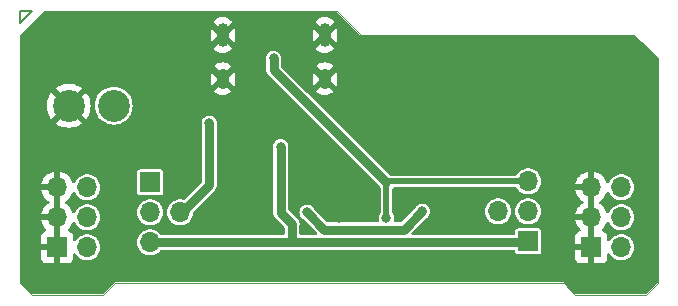
<source format=gbr>
%TF.GenerationSoftware,KiCad,Pcbnew,(7.0.0)*%
%TF.CreationDate,2023-03-29T15:29:01+01:00*%
%TF.ProjectId,MicroBBPS,4d696372-6f42-4425-9053-2e6b69636164,rev?*%
%TF.SameCoordinates,Original*%
%TF.FileFunction,Copper,L2,Bot*%
%TF.FilePolarity,Positive*%
%FSLAX46Y46*%
G04 Gerber Fmt 4.6, Leading zero omitted, Abs format (unit mm)*
G04 Created by KiCad (PCBNEW (7.0.0)) date 2023-03-29 15:29:01*
%MOMM*%
%LPD*%
G01*
G04 APERTURE LIST*
%TA.AperFunction,ComponentPad*%
%ADD10C,2.700000*%
%TD*%
%TA.AperFunction,ComponentPad*%
%ADD11R,1.700000X1.700000*%
%TD*%
%TA.AperFunction,ComponentPad*%
%ADD12O,1.700000X1.700000*%
%TD*%
%TA.AperFunction,ComponentPad*%
%ADD13O,1.000000X1.750000*%
%TD*%
%TA.AperFunction,ComponentPad*%
%ADD14O,1.000000X2.000000*%
%TD*%
%TA.AperFunction,ViaPad*%
%ADD15C,0.800000*%
%TD*%
%TA.AperFunction,Conductor*%
%ADD16C,0.200000*%
%TD*%
%TA.AperFunction,Conductor*%
%ADD17C,0.750000*%
%TD*%
%TA.AperFunction,Conductor*%
%ADD18C,0.500000*%
%TD*%
%TA.AperFunction,Profile*%
%ADD19C,0.050000*%
%TD*%
G04 APERTURE END LIST*
D10*
%TO.P,J5,1,Pin_1*%
%TO.N,Net-(D2-A)*%
X7905000Y-8000000D03*
%TO.P,J5,2,Pin_2*%
%TO.N,GND*%
X4095000Y-8000000D03*
%TD*%
D11*
%TO.P,J8,1*%
%TO.N,+3.3V*%
X42999999Y-19499999D03*
D12*
%TO.P,J8,2*%
%TO.N,VoutRight*%
X42999999Y-16959999D03*
%TO.P,J8,3*%
%TO.N,+5V*%
X42999999Y-14419999D03*
%TO.P,J8,4*%
%TO.N,VS*%
X40459999Y-16959999D03*
%TD*%
D11*
%TO.P,J9,1*%
%TO.N,+5V*%
X10999999Y-14499999D03*
D12*
%TO.P,J9,2*%
%TO.N,VoutLeft*%
X10999999Y-17039999D03*
%TO.P,J9,3*%
%TO.N,+3.3V*%
X10999999Y-19579999D03*
%TO.P,J9,4*%
%TO.N,VS*%
X13539999Y-17039999D03*
%TD*%
D13*
%TO.P,J1,S1,SHIELD*%
%TO.N,GND*%
X25782999Y-5728999D03*
D14*
X25782999Y-2028999D03*
D13*
X17142999Y-5728999D03*
D14*
X17142999Y-2028999D03*
%TD*%
D11*
%TO.P,J3,1,Pin_1*%
%TO.N,GND*%
X3119999Y-19999999D03*
D12*
%TO.P,J3,2,Pin_2*%
%TO.N,VoutLeft*%
X5659999Y-19999999D03*
%TO.P,J3,3,Pin_3*%
%TO.N,GND*%
X3119999Y-17459999D03*
%TO.P,J3,4,Pin_4*%
%TO.N,VoutLeft*%
X5659999Y-17459999D03*
%TO.P,J3,5,Pin_5*%
%TO.N,GND*%
X3119999Y-14919999D03*
%TO.P,J3,6,Pin_6*%
%TO.N,VoutLeft*%
X5659999Y-14919999D03*
%TD*%
D11*
%TO.P,J4,1,Pin_1*%
%TO.N,GND*%
X48339999Y-19999999D03*
D12*
%TO.P,J4,2,Pin_2*%
%TO.N,VoutRight*%
X50879999Y-19999999D03*
%TO.P,J4,3,Pin_3*%
%TO.N,GND*%
X48339999Y-17459999D03*
%TO.P,J4,4,Pin_4*%
%TO.N,VoutRight*%
X50879999Y-17459999D03*
%TO.P,J4,5,Pin_5*%
%TO.N,GND*%
X48339999Y-14919999D03*
%TO.P,J4,6,Pin_6*%
%TO.N,VoutRight*%
X50879999Y-14919999D03*
%TD*%
D15*
%TO.N,GND*%
X37500000Y-18500000D03*
X27000000Y-17500000D03*
X39000000Y-13500000D03*
X15500000Y-18500000D03*
%TO.N,VS*%
X16000000Y-9500000D03*
X34040000Y-16960000D03*
X24290000Y-17040000D03*
%TO.N,+5V*%
X21450000Y-4000000D03*
X31000000Y-17500000D03*
%TO.N,+3.3V*%
X23000000Y-18015000D03*
X22047200Y-11480800D03*
%TD*%
D16*
%TO.N,*%
X1000000Y0D02*
X0Y0D01*
X0Y0D02*
X0Y-1000000D01*
X0Y-1000000D02*
X1000000Y0D01*
D17*
%TO.N,VS*%
X34040000Y-16960000D02*
X32500000Y-18500000D01*
X13710000Y-17040000D02*
X13540000Y-17040000D01*
X16000000Y-14750000D02*
X13710000Y-17040000D01*
X32500000Y-18500000D02*
X25750000Y-18500000D01*
X25750000Y-18500000D02*
X24290000Y-17040000D01*
X16000000Y-9500000D02*
X16000000Y-14750000D01*
D18*
%TO.N,+5V*%
X31080000Y-14420000D02*
X43000000Y-14420000D01*
X31000000Y-14500000D02*
X31000000Y-17500000D01*
X31080000Y-14420000D02*
X31000000Y-14500000D01*
D17*
X21450000Y-4950000D02*
X21450000Y-4000000D01*
X31000000Y-14500000D02*
X21450000Y-4950000D01*
%TO.N,+3.3V*%
X23000000Y-18015000D02*
X23000000Y-19410000D01*
X22830000Y-19580000D02*
X42920000Y-19580000D01*
X11000000Y-19580000D02*
X22830000Y-19580000D01*
X22047200Y-17062200D02*
X23000000Y-18015000D01*
X42920000Y-19580000D02*
X43000000Y-19500000D01*
X22047200Y-11480800D02*
X22047200Y-17062200D01*
X23000000Y-19410000D02*
X22830000Y-19580000D01*
%TD*%
%TA.AperFunction,Conductor*%
%TO.N,GND*%
G36*
X26798465Y-35091D02*
G01*
X26839342Y-62405D01*
X28787500Y-2010563D01*
X28791216Y-2015090D01*
X28791814Y-2015490D01*
X28793483Y-2019517D01*
X28798554Y-2021617D01*
X28798555Y-2021618D01*
X28813000Y-2027601D01*
X28817026Y-2025933D01*
X28817735Y-2026074D01*
X28823564Y-2025500D01*
X51937247Y-2025500D01*
X51985465Y-2035091D01*
X52026342Y-2062405D01*
X53935631Y-3971694D01*
X53962930Y-4012534D01*
X53972536Y-4060710D01*
X53974500Y-7201271D01*
X53974500Y-22937248D01*
X53964909Y-22985466D01*
X53937597Y-23026340D01*
X53026339Y-23937597D01*
X52985465Y-23964909D01*
X52937247Y-23974500D01*
X47062752Y-23974500D01*
X47014534Y-23964909D01*
X46973659Y-23937597D01*
X46025498Y-22989435D01*
X46021785Y-22984911D01*
X46021184Y-22984509D01*
X46019517Y-22980483D01*
X46014445Y-22978382D01*
X46000000Y-22972399D01*
X45995974Y-22974066D01*
X45995264Y-22973925D01*
X45989436Y-22974500D01*
X8010569Y-22974500D01*
X8004733Y-22973925D01*
X8004025Y-22974065D01*
X8000000Y-22972398D01*
X7987545Y-22977557D01*
X7980483Y-22980483D01*
X7978816Y-22984506D01*
X7978216Y-22984907D01*
X7974499Y-22989438D01*
X7026339Y-23937597D01*
X6985465Y-23964909D01*
X6937247Y-23974500D01*
X1062752Y-23974500D01*
X1014534Y-23964909D01*
X973659Y-23937597D01*
X62402Y-23026339D01*
X35091Y-22985465D01*
X25500Y-22937247D01*
X25500Y-20895223D01*
X1762000Y-20895223D01*
X1762359Y-20901938D01*
X1767662Y-20951257D01*
X1771259Y-20966478D01*
X1816405Y-21087519D01*
X1824954Y-21103175D01*
X1901697Y-21205692D01*
X1914307Y-21218302D01*
X2016824Y-21295045D01*
X2032480Y-21303594D01*
X2153521Y-21348740D01*
X2168742Y-21352337D01*
X2218061Y-21357640D01*
X2224777Y-21358000D01*
X2849410Y-21358000D01*
X2862493Y-21354493D01*
X2866000Y-21341410D01*
X3374000Y-21341410D01*
X3377506Y-21354493D01*
X3390590Y-21358000D01*
X4015223Y-21358000D01*
X4021938Y-21357640D01*
X4071257Y-21352337D01*
X4086478Y-21348740D01*
X4207519Y-21303594D01*
X4223175Y-21295045D01*
X4325692Y-21218302D01*
X4338302Y-21205692D01*
X4415045Y-21103175D01*
X4423594Y-21087519D01*
X4468740Y-20966478D01*
X4472337Y-20951257D01*
X4477640Y-20901938D01*
X4478000Y-20895223D01*
X4478000Y-20630883D01*
X4495665Y-20566544D01*
X4543707Y-20520245D01*
X4608655Y-20504969D01*
X4672298Y-20524999D01*
X4714265Y-20571896D01*
X4714662Y-20571651D01*
X4716046Y-20573887D01*
X4716790Y-20574718D01*
X4720327Y-20581821D01*
X4723835Y-20586467D01*
X4723838Y-20586471D01*
X4839723Y-20739928D01*
X4839727Y-20739932D01*
X4843236Y-20744579D01*
X4847538Y-20748501D01*
X4847541Y-20748504D01*
X4934684Y-20827945D01*
X4993959Y-20881981D01*
X5167363Y-20989348D01*
X5357544Y-21063024D01*
X5558024Y-21100500D01*
X5756148Y-21100500D01*
X5761976Y-21100500D01*
X5962456Y-21063024D01*
X6152637Y-20989348D01*
X6304654Y-20895223D01*
X46982000Y-20895223D01*
X46982359Y-20901938D01*
X46987662Y-20951257D01*
X46991259Y-20966478D01*
X47036405Y-21087519D01*
X47044954Y-21103175D01*
X47121697Y-21205692D01*
X47134307Y-21218302D01*
X47236824Y-21295045D01*
X47252480Y-21303594D01*
X47373521Y-21348740D01*
X47388742Y-21352337D01*
X47438061Y-21357640D01*
X47444777Y-21358000D01*
X48069410Y-21358000D01*
X48082493Y-21354493D01*
X48086000Y-21341410D01*
X48594000Y-21341410D01*
X48597506Y-21354493D01*
X48610590Y-21358000D01*
X49235223Y-21358000D01*
X49241938Y-21357640D01*
X49291257Y-21352337D01*
X49306478Y-21348740D01*
X49427519Y-21303594D01*
X49443175Y-21295045D01*
X49545692Y-21218302D01*
X49558302Y-21205692D01*
X49635045Y-21103175D01*
X49643594Y-21087519D01*
X49688740Y-20966478D01*
X49692337Y-20951257D01*
X49697640Y-20901938D01*
X49698000Y-20895223D01*
X49698000Y-20630883D01*
X49715665Y-20566544D01*
X49763707Y-20520245D01*
X49828655Y-20504969D01*
X49892298Y-20524999D01*
X49934265Y-20571896D01*
X49934662Y-20571651D01*
X49936046Y-20573887D01*
X49936790Y-20574718D01*
X49940327Y-20581821D01*
X49943835Y-20586467D01*
X49943838Y-20586471D01*
X50059723Y-20739928D01*
X50059727Y-20739932D01*
X50063236Y-20744579D01*
X50067538Y-20748501D01*
X50067541Y-20748504D01*
X50154684Y-20827945D01*
X50213959Y-20881981D01*
X50387363Y-20989348D01*
X50577544Y-21063024D01*
X50778024Y-21100500D01*
X50976148Y-21100500D01*
X50981976Y-21100500D01*
X51182456Y-21063024D01*
X51372637Y-20989348D01*
X51546041Y-20881981D01*
X51696764Y-20744579D01*
X51819673Y-20581821D01*
X51910582Y-20399250D01*
X51966397Y-20203083D01*
X51985215Y-20000000D01*
X51966397Y-19796917D01*
X51910582Y-19600750D01*
X51903135Y-19585795D01*
X51864774Y-19508754D01*
X51819673Y-19418179D01*
X51792889Y-19382711D01*
X51700276Y-19260071D01*
X51700273Y-19260067D01*
X51696764Y-19255421D01*
X51692461Y-19251498D01*
X51692458Y-19251495D01*
X51550343Y-19121941D01*
X51546041Y-19118019D01*
X51409572Y-19033521D01*
X51377596Y-19013722D01*
X51377592Y-19013720D01*
X51372637Y-19010652D01*
X51367206Y-19008548D01*
X51367202Y-19008546D01*
X51187882Y-18939078D01*
X51187881Y-18939077D01*
X51182456Y-18936976D01*
X51176737Y-18935907D01*
X51176734Y-18935906D01*
X50987702Y-18900570D01*
X50987698Y-18900569D01*
X50981976Y-18899500D01*
X50778024Y-18899500D01*
X50772302Y-18900569D01*
X50772297Y-18900570D01*
X50583265Y-18935906D01*
X50583259Y-18935907D01*
X50577544Y-18936976D01*
X50572121Y-18939076D01*
X50572117Y-18939078D01*
X50392797Y-19008546D01*
X50392789Y-19008549D01*
X50387363Y-19010652D01*
X50382412Y-19013717D01*
X50382403Y-19013722D01*
X50218912Y-19114952D01*
X50213959Y-19118019D01*
X50209660Y-19121937D01*
X50209656Y-19121941D01*
X50067541Y-19251495D01*
X50067533Y-19251503D01*
X50063236Y-19255421D01*
X50059731Y-19260061D01*
X50059723Y-19260071D01*
X49943838Y-19413528D01*
X49943832Y-19413537D01*
X49940327Y-19418179D01*
X49937731Y-19423391D01*
X49937730Y-19423394D01*
X49936790Y-19425282D01*
X49936046Y-19426112D01*
X49934662Y-19428349D01*
X49934265Y-19428103D01*
X49892298Y-19475001D01*
X49828655Y-19495031D01*
X49763707Y-19479755D01*
X49715665Y-19433456D01*
X49698000Y-19369117D01*
X49698000Y-19104777D01*
X49697640Y-19098061D01*
X49692337Y-19048742D01*
X49688740Y-19033521D01*
X49643594Y-18912480D01*
X49635045Y-18896824D01*
X49558302Y-18794307D01*
X49545692Y-18781697D01*
X49443175Y-18704954D01*
X49427521Y-18696406D01*
X49320320Y-18656422D01*
X49269986Y-18621858D01*
X49241812Y-18567688D01*
X49242415Y-18506632D01*
X49271652Y-18453028D01*
X49411794Y-18300792D01*
X49418177Y-18292593D01*
X49535568Y-18112913D01*
X49540511Y-18103778D01*
X49626725Y-17907232D01*
X49629592Y-17898882D01*
X49661022Y-17849365D01*
X49711464Y-17819440D01*
X49769987Y-17815592D01*
X49823913Y-17838654D01*
X49861557Y-17883629D01*
X49931499Y-18024093D01*
X49940327Y-18041821D01*
X49943835Y-18046467D01*
X49943838Y-18046471D01*
X50059723Y-18199928D01*
X50059727Y-18199932D01*
X50063236Y-18204579D01*
X50067538Y-18208501D01*
X50067541Y-18208504D01*
X50083683Y-18223219D01*
X50213959Y-18341981D01*
X50387363Y-18449348D01*
X50577544Y-18523024D01*
X50778024Y-18560500D01*
X50976148Y-18560500D01*
X50981976Y-18560500D01*
X51182456Y-18523024D01*
X51372637Y-18449348D01*
X51546041Y-18341981D01*
X51696764Y-18204579D01*
X51819673Y-18041821D01*
X51910582Y-17859250D01*
X51966397Y-17663083D01*
X51985215Y-17460000D01*
X51966397Y-17256917D01*
X51910582Y-17060750D01*
X51903138Y-17045801D01*
X51856646Y-16952431D01*
X51819673Y-16878179D01*
X51792889Y-16842711D01*
X51700276Y-16720071D01*
X51700273Y-16720067D01*
X51696764Y-16715421D01*
X51692461Y-16711498D01*
X51692458Y-16711495D01*
X51589228Y-16617389D01*
X51546041Y-16578019D01*
X51421194Y-16500717D01*
X51377596Y-16473722D01*
X51377592Y-16473720D01*
X51372637Y-16470652D01*
X51367206Y-16468548D01*
X51367202Y-16468546D01*
X51187882Y-16399078D01*
X51187881Y-16399077D01*
X51182456Y-16396976D01*
X51176737Y-16395907D01*
X51176734Y-16395906D01*
X50987702Y-16360570D01*
X50987698Y-16360569D01*
X50981976Y-16359500D01*
X50778024Y-16359500D01*
X50772302Y-16360569D01*
X50772297Y-16360570D01*
X50583265Y-16395906D01*
X50583259Y-16395907D01*
X50577544Y-16396976D01*
X50572121Y-16399076D01*
X50572117Y-16399078D01*
X50392797Y-16468546D01*
X50392789Y-16468549D01*
X50387363Y-16470652D01*
X50382412Y-16473717D01*
X50382403Y-16473722D01*
X50241849Y-16560750D01*
X50213959Y-16578019D01*
X50209660Y-16581937D01*
X50209656Y-16581941D01*
X50067541Y-16711495D01*
X50067533Y-16711503D01*
X50063236Y-16715421D01*
X50059731Y-16720061D01*
X50059723Y-16720071D01*
X49943838Y-16873528D01*
X49943832Y-16873537D01*
X49940327Y-16878179D01*
X49937733Y-16883386D01*
X49937730Y-16883393D01*
X49861557Y-17036370D01*
X49823913Y-17081345D01*
X49769988Y-17104407D01*
X49711465Y-17100559D01*
X49661024Y-17070636D01*
X49629593Y-17021119D01*
X49626727Y-17012771D01*
X49540511Y-16816221D01*
X49535568Y-16807086D01*
X49418177Y-16627406D01*
X49411789Y-16619200D01*
X49266432Y-16461299D01*
X49258788Y-16454262D01*
X49089411Y-16322431D01*
X49080718Y-16316752D01*
X49051267Y-16300814D01*
X49002995Y-16254498D01*
X48985236Y-16190000D01*
X49002995Y-16125502D01*
X49051267Y-16079186D01*
X49080718Y-16063247D01*
X49089411Y-16057568D01*
X49258788Y-15925737D01*
X49266432Y-15918700D01*
X49411789Y-15760799D01*
X49418177Y-15752593D01*
X49535568Y-15572913D01*
X49540511Y-15563778D01*
X49626725Y-15367232D01*
X49629592Y-15358882D01*
X49661022Y-15309365D01*
X49711464Y-15279440D01*
X49769987Y-15275592D01*
X49823913Y-15298654D01*
X49861557Y-15343629D01*
X49931499Y-15484093D01*
X49940327Y-15501821D01*
X49943835Y-15506467D01*
X49943838Y-15506471D01*
X50059723Y-15659928D01*
X50059727Y-15659932D01*
X50063236Y-15664579D01*
X50067538Y-15668501D01*
X50067541Y-15668504D01*
X50154684Y-15747945D01*
X50213959Y-15801981D01*
X50387363Y-15909348D01*
X50577544Y-15983024D01*
X50778024Y-16020500D01*
X50976148Y-16020500D01*
X50981976Y-16020500D01*
X51182456Y-15983024D01*
X51372637Y-15909348D01*
X51546041Y-15801981D01*
X51696764Y-15664579D01*
X51819673Y-15501821D01*
X51910582Y-15319250D01*
X51966397Y-15123083D01*
X51985215Y-14920000D01*
X51966397Y-14716917D01*
X51910582Y-14520750D01*
X51886691Y-14472771D01*
X51822269Y-14343393D01*
X51819673Y-14338179D01*
X51732476Y-14222711D01*
X51700276Y-14180071D01*
X51700273Y-14180067D01*
X51696764Y-14175421D01*
X51692461Y-14171498D01*
X51692458Y-14171495D01*
X51550343Y-14041941D01*
X51546041Y-14038019D01*
X51468478Y-13989994D01*
X51377596Y-13933722D01*
X51377592Y-13933720D01*
X51372637Y-13930652D01*
X51367206Y-13928548D01*
X51367202Y-13928546D01*
X51187882Y-13859078D01*
X51187881Y-13859077D01*
X51182456Y-13856976D01*
X51176737Y-13855907D01*
X51176734Y-13855906D01*
X50987702Y-13820570D01*
X50987698Y-13820569D01*
X50981976Y-13819500D01*
X50778024Y-13819500D01*
X50772302Y-13820569D01*
X50772297Y-13820570D01*
X50583265Y-13855906D01*
X50583259Y-13855907D01*
X50577544Y-13856976D01*
X50572121Y-13859076D01*
X50572117Y-13859078D01*
X50392797Y-13928546D01*
X50392789Y-13928549D01*
X50387363Y-13930652D01*
X50382412Y-13933717D01*
X50382403Y-13933722D01*
X50241849Y-14020750D01*
X50213959Y-14038019D01*
X50209660Y-14041937D01*
X50209656Y-14041941D01*
X50067541Y-14171495D01*
X50067533Y-14171503D01*
X50063236Y-14175421D01*
X50059731Y-14180061D01*
X50059723Y-14180071D01*
X49943838Y-14333528D01*
X49943832Y-14333537D01*
X49940327Y-14338179D01*
X49937733Y-14343386D01*
X49937730Y-14343393D01*
X49861557Y-14496370D01*
X49823913Y-14541345D01*
X49769988Y-14564407D01*
X49711465Y-14560559D01*
X49661024Y-14530636D01*
X49629593Y-14481119D01*
X49626727Y-14472771D01*
X49540511Y-14276221D01*
X49535568Y-14267086D01*
X49418177Y-14087406D01*
X49411789Y-14079200D01*
X49266432Y-13921299D01*
X49258788Y-13914262D01*
X49089411Y-13782431D01*
X49080718Y-13776752D01*
X48891957Y-13674599D01*
X48882440Y-13670424D01*
X48679442Y-13600735D01*
X48669372Y-13598185D01*
X48607538Y-13587867D01*
X48596401Y-13588443D01*
X48594000Y-13599336D01*
X48594000Y-21341410D01*
X48086000Y-21341410D01*
X48086000Y-20270590D01*
X48082493Y-20257506D01*
X48069410Y-20254000D01*
X46998590Y-20254000D01*
X46985506Y-20257506D01*
X46982000Y-20270590D01*
X46982000Y-20895223D01*
X6304654Y-20895223D01*
X6326041Y-20881981D01*
X6476764Y-20744579D01*
X6599673Y-20581821D01*
X6690582Y-20399250D01*
X6746397Y-20203083D01*
X6765215Y-20000000D01*
X6746397Y-19796917D01*
X6690582Y-19600750D01*
X6683135Y-19585795D01*
X6680249Y-19580000D01*
X9894785Y-19580000D01*
X9913603Y-19783083D01*
X9969418Y-19979250D01*
X9972009Y-19984454D01*
X9972012Y-19984461D01*
X10057730Y-20156606D01*
X10060327Y-20161821D01*
X10063835Y-20166467D01*
X10063838Y-20166471D01*
X10179723Y-20319928D01*
X10179727Y-20319932D01*
X10183236Y-20324579D01*
X10187538Y-20328501D01*
X10187541Y-20328504D01*
X10244843Y-20380741D01*
X10333959Y-20461981D01*
X10507363Y-20569348D01*
X10697544Y-20643024D01*
X10898024Y-20680500D01*
X11096148Y-20680500D01*
X11101976Y-20680500D01*
X11302456Y-20643024D01*
X11492637Y-20569348D01*
X11666041Y-20461981D01*
X11816764Y-20324579D01*
X11837440Y-20297199D01*
X11868879Y-20255568D01*
X11913266Y-20218709D01*
X11969429Y-20205500D01*
X22750981Y-20205500D01*
X22752297Y-20205500D01*
X22763256Y-20206016D01*
X22770667Y-20207673D01*
X22837841Y-20205561D01*
X22841799Y-20205500D01*
X22869350Y-20205500D01*
X41773500Y-20205500D01*
X41836500Y-20222381D01*
X41882619Y-20268500D01*
X41899500Y-20331500D01*
X41899500Y-20374674D01*
X41900705Y-20380732D01*
X41900706Y-20380741D01*
X41905425Y-20404461D01*
X41914034Y-20447740D01*
X41920926Y-20458055D01*
X41920927Y-20458057D01*
X41962479Y-20520245D01*
X41969399Y-20530601D01*
X41979714Y-20537493D01*
X42038251Y-20576606D01*
X42052260Y-20585966D01*
X42125326Y-20600500D01*
X43868487Y-20600500D01*
X43874674Y-20600500D01*
X43947740Y-20585966D01*
X44030601Y-20530601D01*
X44085966Y-20447740D01*
X44100500Y-20374674D01*
X44100500Y-19729410D01*
X46982000Y-19729410D01*
X46985506Y-19742493D01*
X46998590Y-19746000D01*
X48069410Y-19746000D01*
X48082493Y-19742493D01*
X48086000Y-19729410D01*
X48086000Y-17730590D01*
X48082493Y-17717506D01*
X48069410Y-17714000D01*
X47017840Y-17714000D01*
X47006751Y-17716565D01*
X47006986Y-17727943D01*
X47049900Y-17897408D01*
X47053270Y-17907223D01*
X47139488Y-18103778D01*
X47144431Y-18112913D01*
X47261822Y-18292593D01*
X47268210Y-18300799D01*
X47408347Y-18453029D01*
X47437584Y-18506632D01*
X47438187Y-18567688D01*
X47410013Y-18621858D01*
X47359679Y-18656421D01*
X47252484Y-18696403D01*
X47236824Y-18704954D01*
X47134307Y-18781697D01*
X47121697Y-18794307D01*
X47044954Y-18896824D01*
X47036405Y-18912480D01*
X46991259Y-19033521D01*
X46987662Y-19048742D01*
X46982359Y-19098061D01*
X46982000Y-19104777D01*
X46982000Y-19729410D01*
X44100500Y-19729410D01*
X44100500Y-18625326D01*
X44085966Y-18552260D01*
X44066431Y-18523024D01*
X44037493Y-18479714D01*
X44030601Y-18469399D01*
X44020285Y-18462506D01*
X43958057Y-18420927D01*
X43958055Y-18420926D01*
X43947740Y-18414034D01*
X43935092Y-18411518D01*
X43880741Y-18400706D01*
X43880732Y-18400705D01*
X43874674Y-18399500D01*
X42125326Y-18399500D01*
X42119268Y-18400704D01*
X42119258Y-18400706D01*
X42064430Y-18411613D01*
X42064429Y-18411613D01*
X42052260Y-18414034D01*
X42041946Y-18420925D01*
X42041942Y-18420927D01*
X41979714Y-18462506D01*
X41979711Y-18462508D01*
X41969399Y-18469399D01*
X41962508Y-18479711D01*
X41962506Y-18479714D01*
X41920927Y-18541942D01*
X41920925Y-18541946D01*
X41914034Y-18552260D01*
X41911613Y-18564429D01*
X41911613Y-18564430D01*
X41900706Y-18619258D01*
X41900704Y-18619268D01*
X41899500Y-18625326D01*
X41899500Y-18631513D01*
X41899500Y-18828500D01*
X41882619Y-18891500D01*
X41836500Y-18937619D01*
X41773500Y-18954500D01*
X33234279Y-18954500D01*
X33177076Y-18940767D01*
X33132343Y-18902561D01*
X33109830Y-18848211D01*
X33114446Y-18789564D01*
X33145184Y-18739405D01*
X33647404Y-18237185D01*
X34342000Y-17542589D01*
X34372536Y-17520120D01*
X34412240Y-17499283D01*
X34530483Y-17394530D01*
X34620220Y-17264523D01*
X34676237Y-17116818D01*
X34695278Y-16960000D01*
X39354785Y-16960000D01*
X39355322Y-16965795D01*
X39372659Y-17152901D01*
X39373603Y-17163083D01*
X39375195Y-17168681D01*
X39375196Y-17168682D01*
X39426999Y-17350750D01*
X39429418Y-17359250D01*
X39432009Y-17364454D01*
X39432012Y-17364461D01*
X39509520Y-17520118D01*
X39520327Y-17541821D01*
X39523835Y-17546467D01*
X39523838Y-17546471D01*
X39639723Y-17699928D01*
X39639727Y-17699932D01*
X39643236Y-17704579D01*
X39647538Y-17708501D01*
X39647541Y-17708504D01*
X39708077Y-17763689D01*
X39793959Y-17841981D01*
X39967363Y-17949348D01*
X40157544Y-18023024D01*
X40358024Y-18060500D01*
X40556148Y-18060500D01*
X40561976Y-18060500D01*
X40762456Y-18023024D01*
X40952637Y-17949348D01*
X41126041Y-17841981D01*
X41276764Y-17704579D01*
X41399673Y-17541821D01*
X41490582Y-17359250D01*
X41546397Y-17163083D01*
X41565215Y-16960000D01*
X41894785Y-16960000D01*
X41895322Y-16965795D01*
X41912659Y-17152901D01*
X41913603Y-17163083D01*
X41915195Y-17168681D01*
X41915196Y-17168682D01*
X41966999Y-17350750D01*
X41969418Y-17359250D01*
X41972009Y-17364454D01*
X41972012Y-17364461D01*
X42049520Y-17520118D01*
X42060327Y-17541821D01*
X42063835Y-17546467D01*
X42063838Y-17546471D01*
X42179723Y-17699928D01*
X42179727Y-17699932D01*
X42183236Y-17704579D01*
X42187538Y-17708501D01*
X42187541Y-17708504D01*
X42248077Y-17763689D01*
X42333959Y-17841981D01*
X42507363Y-17949348D01*
X42697544Y-18023024D01*
X42898024Y-18060500D01*
X43096148Y-18060500D01*
X43101976Y-18060500D01*
X43302456Y-18023024D01*
X43492637Y-17949348D01*
X43666041Y-17841981D01*
X43816764Y-17704579D01*
X43939673Y-17541821D01*
X44030582Y-17359250D01*
X44074916Y-17203434D01*
X47006751Y-17203434D01*
X47017840Y-17206000D01*
X48069410Y-17206000D01*
X48082493Y-17202493D01*
X48086000Y-17189410D01*
X48086000Y-15190590D01*
X48082493Y-15177506D01*
X48069410Y-15174000D01*
X47017840Y-15174000D01*
X47006751Y-15176565D01*
X47006986Y-15187943D01*
X47049900Y-15357408D01*
X47053270Y-15367223D01*
X47139488Y-15563778D01*
X47144431Y-15572913D01*
X47261822Y-15752593D01*
X47268210Y-15760799D01*
X47413567Y-15918700D01*
X47421211Y-15925737D01*
X47590588Y-16057568D01*
X47599285Y-16063250D01*
X47628733Y-16079187D01*
X47677004Y-16125503D01*
X47694763Y-16190000D01*
X47677004Y-16254497D01*
X47628733Y-16300813D01*
X47599285Y-16316749D01*
X47590588Y-16322431D01*
X47421211Y-16454262D01*
X47413567Y-16461299D01*
X47268210Y-16619200D01*
X47261822Y-16627406D01*
X47144431Y-16807086D01*
X47139488Y-16816221D01*
X47053270Y-17012776D01*
X47049900Y-17022591D01*
X47006986Y-17192056D01*
X47006751Y-17203434D01*
X44074916Y-17203434D01*
X44086397Y-17163083D01*
X44105215Y-16960000D01*
X44086397Y-16756917D01*
X44030582Y-16560750D01*
X44016138Y-16531743D01*
X43960854Y-16420717D01*
X43939673Y-16378179D01*
X43936161Y-16373528D01*
X43820276Y-16220071D01*
X43820273Y-16220067D01*
X43816764Y-16215421D01*
X43812461Y-16211498D01*
X43812458Y-16211495D01*
X43670343Y-16081941D01*
X43666041Y-16078019D01*
X43588478Y-16029994D01*
X43497596Y-15973722D01*
X43497592Y-15973720D01*
X43492637Y-15970652D01*
X43487206Y-15968548D01*
X43487202Y-15968546D01*
X43307882Y-15899078D01*
X43307881Y-15899077D01*
X43302456Y-15896976D01*
X43296737Y-15895907D01*
X43296734Y-15895906D01*
X43107702Y-15860570D01*
X43107698Y-15860569D01*
X43101976Y-15859500D01*
X42898024Y-15859500D01*
X42892302Y-15860569D01*
X42892297Y-15860570D01*
X42703265Y-15895906D01*
X42703259Y-15895907D01*
X42697544Y-15896976D01*
X42692121Y-15899076D01*
X42692117Y-15899078D01*
X42512797Y-15968546D01*
X42512789Y-15968549D01*
X42507363Y-15970652D01*
X42502412Y-15973717D01*
X42502403Y-15973722D01*
X42338912Y-16074952D01*
X42333959Y-16078019D01*
X42329660Y-16081937D01*
X42329656Y-16081941D01*
X42187541Y-16211495D01*
X42187533Y-16211503D01*
X42183236Y-16215421D01*
X42179731Y-16220061D01*
X42179723Y-16220071D01*
X42063838Y-16373528D01*
X42063832Y-16373537D01*
X42060327Y-16378179D01*
X42057733Y-16383386D01*
X42057730Y-16383393D01*
X41972012Y-16555538D01*
X41972007Y-16555549D01*
X41969418Y-16560750D01*
X41967826Y-16566343D01*
X41967824Y-16566350D01*
X41915310Y-16750918D01*
X41913603Y-16756917D01*
X41894785Y-16960000D01*
X41565215Y-16960000D01*
X41546397Y-16756917D01*
X41490582Y-16560750D01*
X41476138Y-16531743D01*
X41420854Y-16420717D01*
X41399673Y-16378179D01*
X41396161Y-16373528D01*
X41280276Y-16220071D01*
X41280273Y-16220067D01*
X41276764Y-16215421D01*
X41272461Y-16211498D01*
X41272458Y-16211495D01*
X41130343Y-16081941D01*
X41126041Y-16078019D01*
X41048478Y-16029994D01*
X40957596Y-15973722D01*
X40957592Y-15973720D01*
X40952637Y-15970652D01*
X40947206Y-15968548D01*
X40947202Y-15968546D01*
X40767882Y-15899078D01*
X40767881Y-15899077D01*
X40762456Y-15896976D01*
X40756737Y-15895907D01*
X40756734Y-15895906D01*
X40567702Y-15860570D01*
X40567698Y-15860569D01*
X40561976Y-15859500D01*
X40358024Y-15859500D01*
X40352302Y-15860569D01*
X40352297Y-15860570D01*
X40163265Y-15895906D01*
X40163259Y-15895907D01*
X40157544Y-15896976D01*
X40152121Y-15899076D01*
X40152117Y-15899078D01*
X39972797Y-15968546D01*
X39972789Y-15968549D01*
X39967363Y-15970652D01*
X39962412Y-15973717D01*
X39962403Y-15973722D01*
X39798912Y-16074952D01*
X39793959Y-16078019D01*
X39789660Y-16081937D01*
X39789656Y-16081941D01*
X39647541Y-16211495D01*
X39647533Y-16211503D01*
X39643236Y-16215421D01*
X39639731Y-16220061D01*
X39639723Y-16220071D01*
X39523838Y-16373528D01*
X39523832Y-16373537D01*
X39520327Y-16378179D01*
X39517733Y-16383386D01*
X39517730Y-16383393D01*
X39432012Y-16555538D01*
X39432007Y-16555549D01*
X39429418Y-16560750D01*
X39427826Y-16566343D01*
X39427824Y-16566350D01*
X39375310Y-16750918D01*
X39373603Y-16756917D01*
X39354785Y-16960000D01*
X34695278Y-16960000D01*
X34676237Y-16803182D01*
X34620220Y-16655477D01*
X34530483Y-16525470D01*
X34468606Y-16470652D01*
X34417943Y-16425769D01*
X34417941Y-16425767D01*
X34412240Y-16420717D01*
X34405494Y-16417176D01*
X34405492Y-16417175D01*
X34295602Y-16359500D01*
X34272365Y-16347304D01*
X34264967Y-16345480D01*
X34264963Y-16345479D01*
X34126380Y-16311322D01*
X34126374Y-16311321D01*
X34118985Y-16309500D01*
X33961015Y-16309500D01*
X33953626Y-16311321D01*
X33953619Y-16311322D01*
X33815036Y-16345479D01*
X33815029Y-16345481D01*
X33807635Y-16347304D01*
X33800885Y-16350846D01*
X33800884Y-16350847D01*
X33674507Y-16417175D01*
X33674501Y-16417178D01*
X33667760Y-16420717D01*
X33662062Y-16425764D01*
X33662056Y-16425769D01*
X33555222Y-16520415D01*
X33555218Y-16520419D01*
X33549517Y-16525470D01*
X33545187Y-16531742D01*
X33545186Y-16531744D01*
X33465943Y-16646547D01*
X33451342Y-16664066D01*
X32277814Y-17837595D01*
X32236937Y-17864909D01*
X32188719Y-17874500D01*
X31736224Y-17874500D01*
X31677669Y-17860068D01*
X31632528Y-17820077D01*
X31611143Y-17763689D01*
X31618412Y-17703821D01*
X31627433Y-17680032D01*
X31636237Y-17656818D01*
X31655278Y-17500000D01*
X31636237Y-17343182D01*
X31580220Y-17195477D01*
X31522804Y-17112295D01*
X31506205Y-17078204D01*
X31500500Y-17040719D01*
X31500500Y-15046500D01*
X31517381Y-14983500D01*
X31563500Y-14937381D01*
X31626500Y-14920500D01*
X41941818Y-14920500D01*
X42008150Y-14939373D01*
X42054610Y-14990340D01*
X42057728Y-14996604D01*
X42057734Y-14996614D01*
X42060327Y-15001821D01*
X42063835Y-15006467D01*
X42063838Y-15006471D01*
X42179723Y-15159928D01*
X42179727Y-15159932D01*
X42183236Y-15164579D01*
X42187538Y-15168501D01*
X42187541Y-15168504D01*
X42255003Y-15230003D01*
X42333959Y-15301981D01*
X42507363Y-15409348D01*
X42697544Y-15483024D01*
X42898024Y-15520500D01*
X43096148Y-15520500D01*
X43101976Y-15520500D01*
X43302456Y-15483024D01*
X43492637Y-15409348D01*
X43666041Y-15301981D01*
X43816764Y-15164579D01*
X43939673Y-15001821D01*
X44030582Y-14819250D01*
X44074916Y-14663434D01*
X47006751Y-14663434D01*
X47017840Y-14666000D01*
X48069410Y-14666000D01*
X48082493Y-14662493D01*
X48086000Y-14649410D01*
X48086000Y-13599336D01*
X48083598Y-13588443D01*
X48072461Y-13587867D01*
X48010627Y-13598185D01*
X48000557Y-13600735D01*
X47797559Y-13670424D01*
X47788042Y-13674599D01*
X47599281Y-13776752D01*
X47590588Y-13782431D01*
X47421211Y-13914262D01*
X47413567Y-13921299D01*
X47268210Y-14079200D01*
X47261822Y-14087406D01*
X47144431Y-14267086D01*
X47139488Y-14276221D01*
X47053270Y-14472776D01*
X47049900Y-14482591D01*
X47006986Y-14652056D01*
X47006751Y-14663434D01*
X44074916Y-14663434D01*
X44086397Y-14623083D01*
X44105215Y-14420000D01*
X44086397Y-14216917D01*
X44030582Y-14020750D01*
X43939673Y-13838179D01*
X43936161Y-13833528D01*
X43820276Y-13680071D01*
X43820273Y-13680067D01*
X43816764Y-13675421D01*
X43812461Y-13671498D01*
X43812458Y-13671495D01*
X43709228Y-13577389D01*
X43666041Y-13538019D01*
X43544083Y-13462506D01*
X43497596Y-13433722D01*
X43497592Y-13433720D01*
X43492637Y-13430652D01*
X43487206Y-13428548D01*
X43487202Y-13428546D01*
X43307882Y-13359078D01*
X43307881Y-13359077D01*
X43302456Y-13356976D01*
X43296737Y-13355907D01*
X43296734Y-13355906D01*
X43107702Y-13320570D01*
X43107698Y-13320569D01*
X43101976Y-13319500D01*
X42898024Y-13319500D01*
X42892302Y-13320569D01*
X42892297Y-13320570D01*
X42703265Y-13355906D01*
X42703259Y-13355907D01*
X42697544Y-13356976D01*
X42692121Y-13359076D01*
X42692117Y-13359078D01*
X42512797Y-13428546D01*
X42512789Y-13428549D01*
X42507363Y-13430652D01*
X42502412Y-13433717D01*
X42502403Y-13433722D01*
X42338912Y-13534952D01*
X42333959Y-13538019D01*
X42329660Y-13541937D01*
X42329656Y-13541941D01*
X42187541Y-13671495D01*
X42187533Y-13671503D01*
X42183236Y-13675421D01*
X42179731Y-13680061D01*
X42179723Y-13680071D01*
X42063838Y-13833528D01*
X42063832Y-13833537D01*
X42060327Y-13838179D01*
X42057736Y-13843380D01*
X42057728Y-13843395D01*
X42054610Y-13849660D01*
X42008150Y-13900627D01*
X41941818Y-13919500D01*
X31356281Y-13919500D01*
X31308063Y-13909909D01*
X31267186Y-13882595D01*
X24196341Y-6811750D01*
X25063946Y-6811750D01*
X25068219Y-6820785D01*
X25071576Y-6824142D01*
X25215485Y-6942244D01*
X25225738Y-6949095D01*
X25389930Y-7036858D01*
X25401313Y-7041573D01*
X25579468Y-7095616D01*
X25591562Y-7098022D01*
X25776837Y-7116270D01*
X25789163Y-7116270D01*
X25974437Y-7098022D01*
X25986531Y-7095616D01*
X26164686Y-7041573D01*
X26176069Y-7036858D01*
X26340261Y-6949095D01*
X26350514Y-6942244D01*
X26494427Y-6824138D01*
X26497777Y-6820788D01*
X26502052Y-6811748D01*
X26495340Y-6800550D01*
X25794729Y-6099939D01*
X25782999Y-6093167D01*
X25771271Y-6099938D01*
X25070659Y-6800549D01*
X25063946Y-6811750D01*
X24196341Y-6811750D01*
X23535017Y-6150426D01*
X24775000Y-6150426D01*
X24775303Y-6156598D01*
X24788977Y-6295437D01*
X24791382Y-6307528D01*
X24799183Y-6333246D01*
X24805333Y-6343227D01*
X24815466Y-6337322D01*
X25412059Y-5740730D01*
X25418832Y-5728999D01*
X26147167Y-5728999D01*
X26153939Y-5740729D01*
X26750531Y-6337321D01*
X26760664Y-6343227D01*
X26766816Y-6333244D01*
X26774617Y-6307528D01*
X26777021Y-6295440D01*
X26790696Y-6156598D01*
X26791000Y-6150426D01*
X26791000Y-5307574D01*
X26790696Y-5301401D01*
X26777021Y-5162559D01*
X26774617Y-5150471D01*
X26766816Y-5124754D01*
X26760664Y-5114771D01*
X26750532Y-5120676D01*
X26153938Y-5717271D01*
X26147167Y-5728999D01*
X25418832Y-5728999D01*
X25412060Y-5717270D01*
X24815467Y-5120677D01*
X24805334Y-5114771D01*
X24799183Y-5124753D01*
X24791380Y-5150477D01*
X24788978Y-5162554D01*
X24775303Y-5301401D01*
X24775000Y-5307574D01*
X24775000Y-6150426D01*
X23535017Y-6150426D01*
X22112405Y-4727814D01*
X22085091Y-4686937D01*
X22076998Y-4646250D01*
X25063947Y-4646250D01*
X25070660Y-4657450D01*
X25771270Y-5358060D01*
X25782999Y-5364832D01*
X25794730Y-5358059D01*
X26495340Y-4657448D01*
X26502052Y-4646249D01*
X26497778Y-4637213D01*
X26494423Y-4633857D01*
X26350514Y-4515755D01*
X26340261Y-4508904D01*
X26176069Y-4421141D01*
X26164686Y-4416426D01*
X25986531Y-4362383D01*
X25974437Y-4359977D01*
X25789163Y-4341730D01*
X25776837Y-4341730D01*
X25591562Y-4359977D01*
X25579468Y-4362383D01*
X25401313Y-4416426D01*
X25389930Y-4421141D01*
X25225738Y-4508904D01*
X25215485Y-4515755D01*
X25071575Y-4633859D01*
X25068223Y-4637210D01*
X25063947Y-4646250D01*
X22076998Y-4646250D01*
X22075500Y-4638719D01*
X22075500Y-4208219D01*
X22082233Y-4171474D01*
X22081710Y-4171345D01*
X22083532Y-4163948D01*
X22086237Y-4156818D01*
X22105278Y-4000000D01*
X22086237Y-3843182D01*
X22030220Y-3695477D01*
X21940483Y-3565470D01*
X21889853Y-3520616D01*
X21827943Y-3465769D01*
X21827941Y-3465767D01*
X21822240Y-3460717D01*
X21815494Y-3457176D01*
X21815492Y-3457175D01*
X21747178Y-3421321D01*
X21682365Y-3387304D01*
X21674967Y-3385480D01*
X21674963Y-3385479D01*
X21536380Y-3351322D01*
X21536374Y-3351321D01*
X21528985Y-3349500D01*
X21371015Y-3349500D01*
X21363626Y-3351321D01*
X21363619Y-3351322D01*
X21225036Y-3385479D01*
X21225029Y-3385481D01*
X21217635Y-3387304D01*
X21210885Y-3390846D01*
X21210884Y-3390847D01*
X21084507Y-3457175D01*
X21084501Y-3457178D01*
X21077760Y-3460717D01*
X21072062Y-3465764D01*
X21072056Y-3465769D01*
X20965222Y-3560415D01*
X20965218Y-3560419D01*
X20959517Y-3565470D01*
X20955190Y-3571737D01*
X20955186Y-3571743D01*
X20874111Y-3689201D01*
X20874107Y-3689207D01*
X20869780Y-3695477D01*
X20867078Y-3702600D01*
X20867075Y-3702607D01*
X20816466Y-3836053D01*
X20816464Y-3836058D01*
X20813763Y-3843182D01*
X20794722Y-4000000D01*
X20813763Y-4156818D01*
X20816466Y-4163946D01*
X20818290Y-4171345D01*
X20817766Y-4171474D01*
X20824500Y-4208219D01*
X20824500Y-4872297D01*
X20823983Y-4883256D01*
X20822327Y-4890667D01*
X20822576Y-4898592D01*
X20822576Y-4898593D01*
X20824438Y-4957841D01*
X20824500Y-4961799D01*
X20824500Y-4989350D01*
X20824994Y-4993263D01*
X20824999Y-4993340D01*
X20825921Y-5005059D01*
X20827041Y-5040701D01*
X20827042Y-5040707D01*
X20827291Y-5048627D01*
X20829501Y-5056236D01*
X20829503Y-5056244D01*
X20832835Y-5067712D01*
X20836843Y-5087066D01*
X20838341Y-5098925D01*
X20838343Y-5098934D01*
X20839336Y-5106792D01*
X20842252Y-5114157D01*
X20842253Y-5114161D01*
X20855377Y-5147308D01*
X20859222Y-5158537D01*
X20869171Y-5192782D01*
X20869172Y-5192786D01*
X20871382Y-5200390D01*
X20875413Y-5207207D01*
X20875417Y-5207215D01*
X20881499Y-5217500D01*
X20890192Y-5235243D01*
X20894594Y-5246359D01*
X20894596Y-5246362D01*
X20897514Y-5253732D01*
X20902170Y-5260140D01*
X20902172Y-5260144D01*
X20923129Y-5288988D01*
X20929646Y-5298910D01*
X20947789Y-5329589D01*
X20947793Y-5329595D01*
X20951830Y-5336420D01*
X20957440Y-5342030D01*
X20965879Y-5350469D01*
X20978719Y-5365502D01*
X20990406Y-5381587D01*
X20996513Y-5386639D01*
X20996514Y-5386640D01*
X21023988Y-5409368D01*
X21032768Y-5417358D01*
X30462595Y-14847185D01*
X30489909Y-14888062D01*
X30499500Y-14936280D01*
X30499500Y-17040719D01*
X30493795Y-17078204D01*
X30477196Y-17112295D01*
X30424111Y-17189201D01*
X30424107Y-17189206D01*
X30419780Y-17195477D01*
X30417078Y-17202600D01*
X30417075Y-17202607D01*
X30366466Y-17336053D01*
X30366464Y-17336058D01*
X30363763Y-17343182D01*
X30344722Y-17500000D01*
X30363763Y-17656818D01*
X30366466Y-17663945D01*
X30366467Y-17663949D01*
X30381588Y-17703821D01*
X30388857Y-17763689D01*
X30367472Y-17820077D01*
X30322331Y-17860068D01*
X30263776Y-17874500D01*
X26061280Y-17874500D01*
X26013062Y-17864909D01*
X25972185Y-17837595D01*
X24878659Y-16744069D01*
X24864058Y-16726550D01*
X24784813Y-16611743D01*
X24784812Y-16611742D01*
X24780483Y-16605470D01*
X24662240Y-16500717D01*
X24655494Y-16497176D01*
X24655492Y-16497175D01*
X24581192Y-16458179D01*
X24522365Y-16427304D01*
X24514967Y-16425480D01*
X24514963Y-16425479D01*
X24376380Y-16391322D01*
X24376374Y-16391321D01*
X24368985Y-16389500D01*
X24211015Y-16389500D01*
X24203626Y-16391321D01*
X24203619Y-16391322D01*
X24065036Y-16425479D01*
X24065029Y-16425481D01*
X24057635Y-16427304D01*
X24050885Y-16430846D01*
X24050884Y-16430847D01*
X23924507Y-16497175D01*
X23924501Y-16497178D01*
X23917760Y-16500717D01*
X23912062Y-16505764D01*
X23912056Y-16505769D01*
X23805222Y-16600415D01*
X23805218Y-16600419D01*
X23799517Y-16605470D01*
X23795190Y-16611737D01*
X23795186Y-16611743D01*
X23714111Y-16729201D01*
X23714107Y-16729207D01*
X23709780Y-16735477D01*
X23707078Y-16742600D01*
X23707075Y-16742607D01*
X23656466Y-16876053D01*
X23656464Y-16876058D01*
X23653763Y-16883182D01*
X23634722Y-17040000D01*
X23653763Y-17196818D01*
X23656465Y-17203943D01*
X23656466Y-17203946D01*
X23707075Y-17337392D01*
X23707077Y-17337395D01*
X23709780Y-17344523D01*
X23714110Y-17350796D01*
X23714111Y-17350798D01*
X23793487Y-17465795D01*
X23799517Y-17474530D01*
X23917760Y-17579283D01*
X23957467Y-17600123D01*
X23988002Y-17622592D01*
X25104815Y-18739405D01*
X25135553Y-18789564D01*
X25140169Y-18848211D01*
X25117656Y-18902561D01*
X25072923Y-18940767D01*
X25015720Y-18954500D01*
X23751500Y-18954500D01*
X23688500Y-18937619D01*
X23642381Y-18891500D01*
X23625500Y-18828500D01*
X23625500Y-18223219D01*
X23632233Y-18186474D01*
X23631710Y-18186345D01*
X23633532Y-18178948D01*
X23636237Y-18171818D01*
X23655278Y-18015000D01*
X23636237Y-17858182D01*
X23580220Y-17710477D01*
X23490483Y-17580470D01*
X23392637Y-17493787D01*
X23377943Y-17480769D01*
X23377941Y-17480767D01*
X23372240Y-17475717D01*
X23332534Y-17454877D01*
X23301996Y-17432406D01*
X22709604Y-16840013D01*
X22682291Y-16799136D01*
X22672700Y-16750918D01*
X22672700Y-11689019D01*
X22679433Y-11652274D01*
X22678910Y-11652145D01*
X22680732Y-11644748D01*
X22683437Y-11637618D01*
X22702478Y-11480800D01*
X22683437Y-11323982D01*
X22627420Y-11176277D01*
X22537683Y-11046270D01*
X22419440Y-10941517D01*
X22412694Y-10937976D01*
X22412692Y-10937975D01*
X22344378Y-10902121D01*
X22279565Y-10868104D01*
X22272167Y-10866280D01*
X22272163Y-10866279D01*
X22133580Y-10832122D01*
X22133574Y-10832121D01*
X22126185Y-10830300D01*
X21968215Y-10830300D01*
X21960826Y-10832121D01*
X21960819Y-10832122D01*
X21822236Y-10866279D01*
X21822229Y-10866281D01*
X21814835Y-10868104D01*
X21808085Y-10871646D01*
X21808084Y-10871647D01*
X21681707Y-10937975D01*
X21681701Y-10937978D01*
X21674960Y-10941517D01*
X21669262Y-10946564D01*
X21669256Y-10946569D01*
X21562422Y-11041215D01*
X21562418Y-11041219D01*
X21556717Y-11046270D01*
X21552390Y-11052537D01*
X21552386Y-11052543D01*
X21471311Y-11170001D01*
X21471307Y-11170007D01*
X21466980Y-11176277D01*
X21464278Y-11183400D01*
X21464275Y-11183407D01*
X21413666Y-11316853D01*
X21413664Y-11316858D01*
X21410963Y-11323982D01*
X21391922Y-11480800D01*
X21410963Y-11637618D01*
X21413666Y-11644746D01*
X21415490Y-11652145D01*
X21414966Y-11652274D01*
X21421700Y-11689019D01*
X21421700Y-16984497D01*
X21421183Y-16995456D01*
X21419527Y-17002867D01*
X21419776Y-17010792D01*
X21419776Y-17010793D01*
X21421638Y-17070041D01*
X21421700Y-17073999D01*
X21421700Y-17101550D01*
X21422194Y-17105463D01*
X21422199Y-17105540D01*
X21423121Y-17117259D01*
X21424241Y-17152901D01*
X21424242Y-17152907D01*
X21424491Y-17160827D01*
X21426701Y-17168436D01*
X21426703Y-17168444D01*
X21430035Y-17179912D01*
X21434043Y-17199266D01*
X21435541Y-17211125D01*
X21435543Y-17211134D01*
X21436536Y-17218992D01*
X21439452Y-17226357D01*
X21439453Y-17226361D01*
X21452577Y-17259508D01*
X21456422Y-17270737D01*
X21466371Y-17304982D01*
X21466372Y-17304986D01*
X21468582Y-17312590D01*
X21472613Y-17319407D01*
X21472617Y-17319415D01*
X21478699Y-17329700D01*
X21487392Y-17347443D01*
X21491794Y-17358559D01*
X21491796Y-17358562D01*
X21494714Y-17365932D01*
X21499370Y-17372340D01*
X21499372Y-17372344D01*
X21510933Y-17388256D01*
X21519163Y-17399584D01*
X21520329Y-17401188D01*
X21526846Y-17411110D01*
X21544989Y-17441789D01*
X21544993Y-17441795D01*
X21549030Y-17448620D01*
X21554640Y-17454230D01*
X21563079Y-17462669D01*
X21575919Y-17477702D01*
X21582944Y-17487371D01*
X21587606Y-17493787D01*
X21593713Y-17498839D01*
X21593714Y-17498840D01*
X21621188Y-17521568D01*
X21629968Y-17529558D01*
X22337595Y-18237185D01*
X22364909Y-18278062D01*
X22374500Y-18326280D01*
X22374500Y-18828500D01*
X22357619Y-18891500D01*
X22311500Y-18937619D01*
X22248500Y-18954500D01*
X11969429Y-18954500D01*
X11913266Y-18941291D01*
X11868879Y-18904432D01*
X11820276Y-18840071D01*
X11820273Y-18840067D01*
X11816764Y-18835421D01*
X11812461Y-18831498D01*
X11812458Y-18831495D01*
X11670343Y-18701941D01*
X11666041Y-18698019D01*
X11543037Y-18621858D01*
X11497596Y-18593722D01*
X11497592Y-18593720D01*
X11492637Y-18590652D01*
X11487206Y-18588548D01*
X11487202Y-18588546D01*
X11307882Y-18519078D01*
X11307881Y-18519077D01*
X11302456Y-18516976D01*
X11296737Y-18515907D01*
X11296734Y-18515906D01*
X11107702Y-18480570D01*
X11107698Y-18480569D01*
X11101976Y-18479500D01*
X10898024Y-18479500D01*
X10892302Y-18480569D01*
X10892297Y-18480570D01*
X10703265Y-18515906D01*
X10703259Y-18515907D01*
X10697544Y-18516976D01*
X10692121Y-18519076D01*
X10692117Y-18519078D01*
X10512797Y-18588546D01*
X10512789Y-18588549D01*
X10507363Y-18590652D01*
X10502412Y-18593717D01*
X10502403Y-18593722D01*
X10338912Y-18694952D01*
X10333959Y-18698019D01*
X10329660Y-18701937D01*
X10329656Y-18701941D01*
X10187541Y-18831495D01*
X10187533Y-18831503D01*
X10183236Y-18835421D01*
X10179731Y-18840061D01*
X10179723Y-18840071D01*
X10063838Y-18993528D01*
X10063832Y-18993537D01*
X10060327Y-18998179D01*
X10057733Y-19003386D01*
X10057730Y-19003393D01*
X9972012Y-19175538D01*
X9972007Y-19175549D01*
X9969418Y-19180750D01*
X9967826Y-19186343D01*
X9967824Y-19186350D01*
X9915822Y-19369117D01*
X9913603Y-19376917D01*
X9913066Y-19382709D01*
X9913066Y-19382711D01*
X9908860Y-19428103D01*
X9894785Y-19580000D01*
X6680249Y-19580000D01*
X6644774Y-19508754D01*
X6599673Y-19418179D01*
X6572889Y-19382711D01*
X6480276Y-19260071D01*
X6480273Y-19260067D01*
X6476764Y-19255421D01*
X6472461Y-19251498D01*
X6472458Y-19251495D01*
X6330343Y-19121941D01*
X6326041Y-19118019D01*
X6189572Y-19033521D01*
X6157596Y-19013722D01*
X6157592Y-19013720D01*
X6152637Y-19010652D01*
X6147206Y-19008548D01*
X6147202Y-19008546D01*
X5967882Y-18939078D01*
X5967881Y-18939077D01*
X5962456Y-18936976D01*
X5956737Y-18935907D01*
X5956734Y-18935906D01*
X5767702Y-18900570D01*
X5767698Y-18900569D01*
X5761976Y-18899500D01*
X5558024Y-18899500D01*
X5552302Y-18900569D01*
X5552297Y-18900570D01*
X5363265Y-18935906D01*
X5363259Y-18935907D01*
X5357544Y-18936976D01*
X5352121Y-18939076D01*
X5352117Y-18939078D01*
X5172797Y-19008546D01*
X5172789Y-19008549D01*
X5167363Y-19010652D01*
X5162412Y-19013717D01*
X5162403Y-19013722D01*
X4998912Y-19114952D01*
X4993959Y-19118019D01*
X4989660Y-19121937D01*
X4989656Y-19121941D01*
X4847541Y-19251495D01*
X4847533Y-19251503D01*
X4843236Y-19255421D01*
X4839731Y-19260061D01*
X4839723Y-19260071D01*
X4723838Y-19413528D01*
X4723832Y-19413537D01*
X4720327Y-19418179D01*
X4717731Y-19423391D01*
X4717730Y-19423394D01*
X4716790Y-19425282D01*
X4716046Y-19426112D01*
X4714662Y-19428349D01*
X4714265Y-19428103D01*
X4672298Y-19475001D01*
X4608655Y-19495031D01*
X4543707Y-19479755D01*
X4495665Y-19433456D01*
X4478000Y-19369117D01*
X4478000Y-19104777D01*
X4477640Y-19098061D01*
X4472337Y-19048742D01*
X4468740Y-19033521D01*
X4423594Y-18912480D01*
X4415045Y-18896824D01*
X4338302Y-18794307D01*
X4325692Y-18781697D01*
X4223175Y-18704954D01*
X4207521Y-18696406D01*
X4100320Y-18656422D01*
X4049986Y-18621858D01*
X4021812Y-18567688D01*
X4022415Y-18506632D01*
X4051652Y-18453028D01*
X4191794Y-18300792D01*
X4198177Y-18292593D01*
X4315568Y-18112913D01*
X4320511Y-18103778D01*
X4406725Y-17907232D01*
X4409592Y-17898882D01*
X4441022Y-17849365D01*
X4491464Y-17819440D01*
X4549987Y-17815592D01*
X4603913Y-17838654D01*
X4641557Y-17883629D01*
X4711499Y-18024093D01*
X4720327Y-18041821D01*
X4723835Y-18046467D01*
X4723838Y-18046471D01*
X4839723Y-18199928D01*
X4839727Y-18199932D01*
X4843236Y-18204579D01*
X4847538Y-18208501D01*
X4847541Y-18208504D01*
X4863683Y-18223219D01*
X4993959Y-18341981D01*
X5167363Y-18449348D01*
X5357544Y-18523024D01*
X5558024Y-18560500D01*
X5756148Y-18560500D01*
X5761976Y-18560500D01*
X5962456Y-18523024D01*
X6152637Y-18449348D01*
X6326041Y-18341981D01*
X6476764Y-18204579D01*
X6599673Y-18041821D01*
X6690582Y-17859250D01*
X6746397Y-17663083D01*
X6765215Y-17460000D01*
X6746397Y-17256917D01*
X6690582Y-17060750D01*
X6683138Y-17045801D01*
X6680249Y-17040000D01*
X9894785Y-17040000D01*
X9900488Y-17101550D01*
X9912053Y-17226361D01*
X9913603Y-17243083D01*
X9915195Y-17248681D01*
X9915196Y-17248682D01*
X9967470Y-17432406D01*
X9969418Y-17439250D01*
X9972009Y-17444454D01*
X9972012Y-17444461D01*
X10053959Y-17609032D01*
X10060327Y-17621821D01*
X10063835Y-17626467D01*
X10063838Y-17626471D01*
X10179723Y-17779928D01*
X10179727Y-17779932D01*
X10183236Y-17784579D01*
X10187538Y-17788501D01*
X10187541Y-17788504D01*
X10259002Y-17853649D01*
X10333959Y-17921981D01*
X10471966Y-18007431D01*
X10496414Y-18022569D01*
X10507363Y-18029348D01*
X10697544Y-18103024D01*
X10898024Y-18140500D01*
X11096148Y-18140500D01*
X11101976Y-18140500D01*
X11302456Y-18103024D01*
X11492637Y-18029348D01*
X11666041Y-17921981D01*
X11816764Y-17784579D01*
X11939673Y-17621821D01*
X12030582Y-17439250D01*
X12086397Y-17243083D01*
X12105215Y-17040000D01*
X12434785Y-17040000D01*
X12440488Y-17101550D01*
X12452053Y-17226361D01*
X12453603Y-17243083D01*
X12455195Y-17248681D01*
X12455196Y-17248682D01*
X12507470Y-17432406D01*
X12509418Y-17439250D01*
X12512009Y-17444454D01*
X12512012Y-17444461D01*
X12593959Y-17609032D01*
X12600327Y-17621821D01*
X12603835Y-17626467D01*
X12603838Y-17626471D01*
X12719723Y-17779928D01*
X12719727Y-17779932D01*
X12723236Y-17784579D01*
X12727538Y-17788501D01*
X12727541Y-17788504D01*
X12799002Y-17853649D01*
X12873959Y-17921981D01*
X13011966Y-18007431D01*
X13036414Y-18022569D01*
X13047363Y-18029348D01*
X13237544Y-18103024D01*
X13438024Y-18140500D01*
X13636148Y-18140500D01*
X13641976Y-18140500D01*
X13842456Y-18103024D01*
X14032637Y-18029348D01*
X14206041Y-17921981D01*
X14356764Y-17784579D01*
X14479673Y-17621821D01*
X14570582Y-17439250D01*
X14626397Y-17243083D01*
X14645215Y-17040000D01*
X14645177Y-17039596D01*
X14654266Y-16993889D01*
X14681579Y-16953009D01*
X16387364Y-15247225D01*
X16395467Y-15239853D01*
X16401877Y-15235786D01*
X16444319Y-15190590D01*
X16447869Y-15186810D01*
X16450626Y-15183964D01*
X16458025Y-15176565D01*
X16470120Y-15164471D01*
X16472546Y-15161342D01*
X16472629Y-15161249D01*
X16480230Y-15152348D01*
X16510062Y-15120582D01*
X16519642Y-15103154D01*
X16530484Y-15086647D01*
X16542673Y-15070936D01*
X16559991Y-15030913D01*
X16565193Y-15020296D01*
X16586197Y-14982092D01*
X16591140Y-14962836D01*
X16597540Y-14944144D01*
X16605438Y-14925896D01*
X16612257Y-14882839D01*
X16614655Y-14871252D01*
X16625500Y-14829019D01*
X16625500Y-14809144D01*
X16627051Y-14789434D01*
X16630160Y-14769804D01*
X16626058Y-14726420D01*
X16625500Y-14714563D01*
X16625500Y-9708219D01*
X16632233Y-9671474D01*
X16631710Y-9671345D01*
X16633532Y-9663948D01*
X16636237Y-9656818D01*
X16655278Y-9500000D01*
X16636237Y-9343182D01*
X16580220Y-9195477D01*
X16490483Y-9065470D01*
X16372240Y-8960717D01*
X16365494Y-8957176D01*
X16365492Y-8957175D01*
X16297178Y-8921321D01*
X16232365Y-8887304D01*
X16224967Y-8885480D01*
X16224963Y-8885479D01*
X16086380Y-8851322D01*
X16086374Y-8851321D01*
X16078985Y-8849500D01*
X15921015Y-8849500D01*
X15913626Y-8851321D01*
X15913619Y-8851322D01*
X15775036Y-8885479D01*
X15775029Y-8885481D01*
X15767635Y-8887304D01*
X15760885Y-8890846D01*
X15760884Y-8890847D01*
X15634507Y-8957175D01*
X15634501Y-8957178D01*
X15627760Y-8960717D01*
X15622062Y-8965764D01*
X15622056Y-8965769D01*
X15515222Y-9060415D01*
X15515218Y-9060419D01*
X15509517Y-9065470D01*
X15505190Y-9071737D01*
X15505186Y-9071743D01*
X15424111Y-9189201D01*
X15424107Y-9189207D01*
X15419780Y-9195477D01*
X15417078Y-9202600D01*
X15417075Y-9202607D01*
X15366466Y-9336053D01*
X15366464Y-9336058D01*
X15363763Y-9343182D01*
X15344722Y-9500000D01*
X15363763Y-9656818D01*
X15366466Y-9663946D01*
X15368290Y-9671345D01*
X15367766Y-9671474D01*
X15374500Y-9708219D01*
X15374500Y-14438720D01*
X15364909Y-14486938D01*
X15337597Y-14527812D01*
X14279443Y-15585966D01*
X13928155Y-15937254D01*
X13876332Y-15968519D01*
X13815908Y-15972013D01*
X13647703Y-15940570D01*
X13647697Y-15940569D01*
X13641976Y-15939500D01*
X13438024Y-15939500D01*
X13432302Y-15940569D01*
X13432297Y-15940570D01*
X13243265Y-15975906D01*
X13243259Y-15975907D01*
X13237544Y-15976976D01*
X13232121Y-15979076D01*
X13232117Y-15979078D01*
X13052797Y-16048546D01*
X13052789Y-16048549D01*
X13047363Y-16050652D01*
X13042412Y-16053717D01*
X13042403Y-16053722D01*
X12878912Y-16154952D01*
X12873959Y-16158019D01*
X12869660Y-16161937D01*
X12869656Y-16161941D01*
X12727541Y-16291495D01*
X12727533Y-16291503D01*
X12723236Y-16295421D01*
X12719731Y-16300061D01*
X12719723Y-16300071D01*
X12603838Y-16453528D01*
X12603832Y-16453537D01*
X12600327Y-16458179D01*
X12597733Y-16463386D01*
X12597730Y-16463393D01*
X12512012Y-16635538D01*
X12512007Y-16635549D01*
X12509418Y-16640750D01*
X12507826Y-16646343D01*
X12507824Y-16646350D01*
X12455196Y-16831317D01*
X12453603Y-16836917D01*
X12453066Y-16842709D01*
X12453066Y-16842711D01*
X12449977Y-16876053D01*
X12434785Y-17040000D01*
X12105215Y-17040000D01*
X12086397Y-16836917D01*
X12030582Y-16640750D01*
X12019851Y-16619200D01*
X11960854Y-16500717D01*
X11939673Y-16458179D01*
X11919033Y-16430847D01*
X11820276Y-16300071D01*
X11820273Y-16300067D01*
X11816764Y-16295421D01*
X11812461Y-16291498D01*
X11812458Y-16291495D01*
X11709228Y-16197389D01*
X11666041Y-16158019D01*
X11538723Y-16079187D01*
X11497596Y-16053722D01*
X11497592Y-16053720D01*
X11492637Y-16050652D01*
X11487206Y-16048548D01*
X11487202Y-16048546D01*
X11307882Y-15979078D01*
X11307881Y-15979077D01*
X11302456Y-15976976D01*
X11296737Y-15975907D01*
X11296734Y-15975906D01*
X11107702Y-15940570D01*
X11107698Y-15940569D01*
X11101976Y-15939500D01*
X10898024Y-15939500D01*
X10892302Y-15940569D01*
X10892297Y-15940570D01*
X10703265Y-15975906D01*
X10703259Y-15975907D01*
X10697544Y-15976976D01*
X10692121Y-15979076D01*
X10692117Y-15979078D01*
X10512797Y-16048546D01*
X10512789Y-16048549D01*
X10507363Y-16050652D01*
X10502412Y-16053717D01*
X10502403Y-16053722D01*
X10338912Y-16154952D01*
X10333959Y-16158019D01*
X10329660Y-16161937D01*
X10329656Y-16161941D01*
X10187541Y-16291495D01*
X10187533Y-16291503D01*
X10183236Y-16295421D01*
X10179731Y-16300061D01*
X10179723Y-16300071D01*
X10063838Y-16453528D01*
X10063832Y-16453537D01*
X10060327Y-16458179D01*
X10057733Y-16463386D01*
X10057730Y-16463393D01*
X9972012Y-16635538D01*
X9972007Y-16635549D01*
X9969418Y-16640750D01*
X9967826Y-16646343D01*
X9967824Y-16646350D01*
X9915196Y-16831317D01*
X9913603Y-16836917D01*
X9913066Y-16842709D01*
X9913066Y-16842711D01*
X9909977Y-16876053D01*
X9894785Y-17040000D01*
X6680249Y-17040000D01*
X6636646Y-16952431D01*
X6599673Y-16878179D01*
X6572889Y-16842711D01*
X6480276Y-16720071D01*
X6480273Y-16720067D01*
X6476764Y-16715421D01*
X6472461Y-16711498D01*
X6472458Y-16711495D01*
X6369228Y-16617389D01*
X6326041Y-16578019D01*
X6201194Y-16500717D01*
X6157596Y-16473722D01*
X6157592Y-16473720D01*
X6152637Y-16470652D01*
X6147206Y-16468548D01*
X6147202Y-16468546D01*
X5967882Y-16399078D01*
X5967881Y-16399077D01*
X5962456Y-16396976D01*
X5956737Y-16395907D01*
X5956734Y-16395906D01*
X5767702Y-16360570D01*
X5767698Y-16360569D01*
X5761976Y-16359500D01*
X5558024Y-16359500D01*
X5552302Y-16360569D01*
X5552297Y-16360570D01*
X5363265Y-16395906D01*
X5363259Y-16395907D01*
X5357544Y-16396976D01*
X5352121Y-16399076D01*
X5352117Y-16399078D01*
X5172797Y-16468546D01*
X5172789Y-16468549D01*
X5167363Y-16470652D01*
X5162412Y-16473717D01*
X5162403Y-16473722D01*
X5021849Y-16560750D01*
X4993959Y-16578019D01*
X4989660Y-16581937D01*
X4989656Y-16581941D01*
X4847541Y-16711495D01*
X4847533Y-16711503D01*
X4843236Y-16715421D01*
X4839731Y-16720061D01*
X4839723Y-16720071D01*
X4723838Y-16873528D01*
X4723832Y-16873537D01*
X4720327Y-16878179D01*
X4717733Y-16883386D01*
X4717730Y-16883393D01*
X4641557Y-17036370D01*
X4603913Y-17081345D01*
X4549988Y-17104407D01*
X4491465Y-17100559D01*
X4441024Y-17070636D01*
X4409593Y-17021119D01*
X4406727Y-17012771D01*
X4320511Y-16816221D01*
X4315568Y-16807086D01*
X4198177Y-16627406D01*
X4191789Y-16619200D01*
X4046432Y-16461299D01*
X4038788Y-16454262D01*
X3869411Y-16322431D01*
X3860718Y-16316752D01*
X3831267Y-16300814D01*
X3782995Y-16254498D01*
X3765236Y-16190000D01*
X3782995Y-16125502D01*
X3831267Y-16079186D01*
X3860718Y-16063247D01*
X3869411Y-16057568D01*
X4038788Y-15925737D01*
X4046432Y-15918700D01*
X4191789Y-15760799D01*
X4198177Y-15752593D01*
X4315568Y-15572913D01*
X4320511Y-15563778D01*
X4406725Y-15367232D01*
X4409592Y-15358882D01*
X4441022Y-15309365D01*
X4491464Y-15279440D01*
X4549987Y-15275592D01*
X4603913Y-15298654D01*
X4641557Y-15343629D01*
X4711499Y-15484093D01*
X4720327Y-15501821D01*
X4723835Y-15506467D01*
X4723838Y-15506471D01*
X4839723Y-15659928D01*
X4839727Y-15659932D01*
X4843236Y-15664579D01*
X4847538Y-15668501D01*
X4847541Y-15668504D01*
X4934684Y-15747945D01*
X4993959Y-15801981D01*
X5167363Y-15909348D01*
X5357544Y-15983024D01*
X5558024Y-16020500D01*
X5756148Y-16020500D01*
X5761976Y-16020500D01*
X5962456Y-15983024D01*
X6152637Y-15909348D01*
X6326041Y-15801981D01*
X6476764Y-15664579D01*
X6599673Y-15501821D01*
X6662984Y-15374674D01*
X9899500Y-15374674D01*
X9900705Y-15380732D01*
X9900706Y-15380741D01*
X9905786Y-15406277D01*
X9914034Y-15447740D01*
X9920926Y-15458055D01*
X9920927Y-15458057D01*
X9950169Y-15501821D01*
X9969399Y-15530601D01*
X10052260Y-15585966D01*
X10125326Y-15600500D01*
X11868487Y-15600500D01*
X11874674Y-15600500D01*
X11947740Y-15585966D01*
X12030601Y-15530601D01*
X12085966Y-15447740D01*
X12100500Y-15374674D01*
X12100500Y-13625326D01*
X12085966Y-13552260D01*
X12030601Y-13469399D01*
X11977206Y-13433722D01*
X11958057Y-13420927D01*
X11958055Y-13420926D01*
X11947740Y-13414034D01*
X11935092Y-13411518D01*
X11880741Y-13400706D01*
X11880732Y-13400705D01*
X11874674Y-13399500D01*
X10125326Y-13399500D01*
X10119268Y-13400704D01*
X10119258Y-13400706D01*
X10064430Y-13411613D01*
X10064429Y-13411613D01*
X10052260Y-13414034D01*
X10041946Y-13420925D01*
X10041942Y-13420927D01*
X9979714Y-13462506D01*
X9979711Y-13462508D01*
X9969399Y-13469399D01*
X9962508Y-13479711D01*
X9962506Y-13479714D01*
X9920927Y-13541942D01*
X9920925Y-13541946D01*
X9914034Y-13552260D01*
X9911613Y-13564429D01*
X9911613Y-13564430D01*
X9900706Y-13619258D01*
X9900704Y-13619268D01*
X9899500Y-13625326D01*
X9899500Y-15374674D01*
X6662984Y-15374674D01*
X6690582Y-15319250D01*
X6746397Y-15123083D01*
X6765215Y-14920000D01*
X6746397Y-14716917D01*
X6690582Y-14520750D01*
X6666691Y-14472771D01*
X6602269Y-14343393D01*
X6599673Y-14338179D01*
X6512476Y-14222711D01*
X6480276Y-14180071D01*
X6480273Y-14180067D01*
X6476764Y-14175421D01*
X6472461Y-14171498D01*
X6472458Y-14171495D01*
X6330343Y-14041941D01*
X6326041Y-14038019D01*
X6248478Y-13989994D01*
X6157596Y-13933722D01*
X6157592Y-13933720D01*
X6152637Y-13930652D01*
X6147206Y-13928548D01*
X6147202Y-13928546D01*
X5967882Y-13859078D01*
X5967881Y-13859077D01*
X5962456Y-13856976D01*
X5956737Y-13855907D01*
X5956734Y-13855906D01*
X5767702Y-13820570D01*
X5767698Y-13820569D01*
X5761976Y-13819500D01*
X5558024Y-13819500D01*
X5552302Y-13820569D01*
X5552297Y-13820570D01*
X5363265Y-13855906D01*
X5363259Y-13855907D01*
X5357544Y-13856976D01*
X5352121Y-13859076D01*
X5352117Y-13859078D01*
X5172797Y-13928546D01*
X5172789Y-13928549D01*
X5167363Y-13930652D01*
X5162412Y-13933717D01*
X5162403Y-13933722D01*
X5021849Y-14020750D01*
X4993959Y-14038019D01*
X4989660Y-14041937D01*
X4989656Y-14041941D01*
X4847541Y-14171495D01*
X4847533Y-14171503D01*
X4843236Y-14175421D01*
X4839731Y-14180061D01*
X4839723Y-14180071D01*
X4723838Y-14333528D01*
X4723832Y-14333537D01*
X4720327Y-14338179D01*
X4717733Y-14343386D01*
X4717730Y-14343393D01*
X4641557Y-14496370D01*
X4603913Y-14541345D01*
X4549988Y-14564407D01*
X4491465Y-14560559D01*
X4441024Y-14530636D01*
X4409593Y-14481119D01*
X4406727Y-14472771D01*
X4320511Y-14276221D01*
X4315568Y-14267086D01*
X4198177Y-14087406D01*
X4191789Y-14079200D01*
X4046432Y-13921299D01*
X4038788Y-13914262D01*
X3869411Y-13782431D01*
X3860718Y-13776752D01*
X3671957Y-13674599D01*
X3662440Y-13670424D01*
X3459442Y-13600735D01*
X3449372Y-13598185D01*
X3387538Y-13587867D01*
X3376401Y-13588443D01*
X3374000Y-13599336D01*
X3374000Y-21341410D01*
X2866000Y-21341410D01*
X2866000Y-20270590D01*
X2862493Y-20257506D01*
X2849410Y-20254000D01*
X1778590Y-20254000D01*
X1765506Y-20257506D01*
X1762000Y-20270590D01*
X1762000Y-20895223D01*
X25500Y-20895223D01*
X25500Y-19729410D01*
X1762000Y-19729410D01*
X1765506Y-19742493D01*
X1778590Y-19746000D01*
X2849410Y-19746000D01*
X2862493Y-19742493D01*
X2866000Y-19729410D01*
X2866000Y-17730590D01*
X2862493Y-17717506D01*
X2849410Y-17714000D01*
X1797840Y-17714000D01*
X1786751Y-17716565D01*
X1786986Y-17727943D01*
X1829900Y-17897408D01*
X1833270Y-17907223D01*
X1919488Y-18103778D01*
X1924431Y-18112913D01*
X2041822Y-18292593D01*
X2048210Y-18300799D01*
X2188347Y-18453029D01*
X2217584Y-18506632D01*
X2218187Y-18567688D01*
X2190013Y-18621858D01*
X2139679Y-18656421D01*
X2032484Y-18696403D01*
X2016824Y-18704954D01*
X1914307Y-18781697D01*
X1901697Y-18794307D01*
X1824954Y-18896824D01*
X1816405Y-18912480D01*
X1771259Y-19033521D01*
X1767662Y-19048742D01*
X1762359Y-19098061D01*
X1762000Y-19104777D01*
X1762000Y-19729410D01*
X25500Y-19729410D01*
X25500Y-17203434D01*
X1786751Y-17203434D01*
X1797840Y-17206000D01*
X2849410Y-17206000D01*
X2862493Y-17202493D01*
X2866000Y-17189410D01*
X2866000Y-15190590D01*
X2862493Y-15177506D01*
X2849410Y-15174000D01*
X1797840Y-15174000D01*
X1786751Y-15176565D01*
X1786986Y-15187943D01*
X1829900Y-15357408D01*
X1833270Y-15367223D01*
X1919488Y-15563778D01*
X1924431Y-15572913D01*
X2041822Y-15752593D01*
X2048210Y-15760799D01*
X2193567Y-15918700D01*
X2201211Y-15925737D01*
X2370588Y-16057568D01*
X2379285Y-16063250D01*
X2408733Y-16079187D01*
X2457004Y-16125503D01*
X2474763Y-16190000D01*
X2457004Y-16254497D01*
X2408733Y-16300813D01*
X2379285Y-16316749D01*
X2370588Y-16322431D01*
X2201211Y-16454262D01*
X2193567Y-16461299D01*
X2048210Y-16619200D01*
X2041822Y-16627406D01*
X1924431Y-16807086D01*
X1919488Y-16816221D01*
X1833270Y-17012776D01*
X1829900Y-17022591D01*
X1786986Y-17192056D01*
X1786751Y-17203434D01*
X25500Y-17203434D01*
X25500Y-14663434D01*
X1786751Y-14663434D01*
X1797840Y-14666000D01*
X2849410Y-14666000D01*
X2862493Y-14662493D01*
X2866000Y-14649410D01*
X2866000Y-13599336D01*
X2863598Y-13588443D01*
X2852461Y-13587867D01*
X2790627Y-13598185D01*
X2780557Y-13600735D01*
X2577559Y-13670424D01*
X2568042Y-13674599D01*
X2379281Y-13776752D01*
X2370588Y-13782431D01*
X2201211Y-13914262D01*
X2193567Y-13921299D01*
X2048210Y-14079200D01*
X2041822Y-14087406D01*
X1924431Y-14267086D01*
X1919488Y-14276221D01*
X1833270Y-14472776D01*
X1829900Y-14482591D01*
X1786986Y-14652056D01*
X1786751Y-14663434D01*
X25500Y-14663434D01*
X25500Y-9480663D01*
X2979164Y-9480663D01*
X2987615Y-9491952D01*
X3084314Y-9564341D01*
X3091876Y-9569200D01*
X3317239Y-9692257D01*
X3325399Y-9695984D01*
X3565996Y-9785722D01*
X3574592Y-9788246D01*
X3825510Y-9842830D01*
X3834391Y-9844106D01*
X4090512Y-9862425D01*
X4099488Y-9862425D01*
X4355608Y-9844106D01*
X4364489Y-9842830D01*
X4615407Y-9788246D01*
X4624003Y-9785722D01*
X4864600Y-9695984D01*
X4872760Y-9692257D01*
X5098124Y-9569200D01*
X5105680Y-9564344D01*
X5202384Y-9491951D01*
X5210834Y-9480663D01*
X5204076Y-9468286D01*
X4106729Y-8370939D01*
X4095000Y-8364167D01*
X4083270Y-8370939D01*
X2985922Y-9468286D01*
X2979164Y-9480663D01*
X25500Y-9480663D01*
X25500Y-8004488D01*
X2232575Y-8004488D01*
X2250893Y-8260608D01*
X2252169Y-8269489D01*
X2306753Y-8520407D01*
X2309277Y-8529003D01*
X2399015Y-8769600D01*
X2402742Y-8777760D01*
X2525799Y-9003123D01*
X2530658Y-9010685D01*
X2603046Y-9107383D01*
X2614335Y-9115834D01*
X2626714Y-9109074D01*
X3724060Y-8011729D01*
X3730832Y-8000000D01*
X4459167Y-8000000D01*
X4465939Y-8011729D01*
X5563286Y-9109076D01*
X5575663Y-9115834D01*
X5586951Y-9107384D01*
X5659344Y-9010680D01*
X5664200Y-9003124D01*
X5787257Y-8777760D01*
X5790984Y-8769600D01*
X5880722Y-8529003D01*
X5883246Y-8520407D01*
X5937830Y-8269489D01*
X5939106Y-8260608D01*
X5957425Y-8004488D01*
X5957425Y-8000000D01*
X6299551Y-8000000D01*
X6299939Y-8004930D01*
X6318928Y-8246214D01*
X6318929Y-8246222D01*
X6319317Y-8251148D01*
X6320471Y-8255956D01*
X6320472Y-8255960D01*
X6376971Y-8491298D01*
X6376972Y-8491303D01*
X6378127Y-8496111D01*
X6474534Y-8728859D01*
X6477119Y-8733078D01*
X6477120Y-8733079D01*
X6571629Y-8887304D01*
X6606164Y-8943659D01*
X6609379Y-8947423D01*
X6745997Y-9107383D01*
X6769776Y-9135224D01*
X6961341Y-9298836D01*
X7176141Y-9430466D01*
X7408889Y-9526873D01*
X7653852Y-9585683D01*
X7905000Y-9605449D01*
X8156148Y-9585683D01*
X8401111Y-9526873D01*
X8633859Y-9430466D01*
X8848659Y-9298836D01*
X9040224Y-9135224D01*
X9203836Y-8943659D01*
X9335466Y-8728859D01*
X9431873Y-8496111D01*
X9490683Y-8251148D01*
X9510449Y-8000000D01*
X9490683Y-7748852D01*
X9431873Y-7503889D01*
X9335466Y-7271141D01*
X9203836Y-7056341D01*
X9040224Y-6864776D01*
X8978139Y-6811750D01*
X16423946Y-6811750D01*
X16428219Y-6820785D01*
X16431576Y-6824142D01*
X16575485Y-6942244D01*
X16585738Y-6949095D01*
X16749930Y-7036858D01*
X16761313Y-7041573D01*
X16939468Y-7095616D01*
X16951562Y-7098022D01*
X17136837Y-7116270D01*
X17149163Y-7116270D01*
X17334437Y-7098022D01*
X17346531Y-7095616D01*
X17524686Y-7041573D01*
X17536069Y-7036858D01*
X17700261Y-6949095D01*
X17710514Y-6942244D01*
X17854427Y-6824138D01*
X17857777Y-6820788D01*
X17862052Y-6811748D01*
X17855340Y-6800550D01*
X17154729Y-6099939D01*
X17142999Y-6093167D01*
X17131271Y-6099938D01*
X16430659Y-6800549D01*
X16423946Y-6811750D01*
X8978139Y-6811750D01*
X8848659Y-6701164D01*
X8633859Y-6569534D01*
X8534750Y-6528482D01*
X8405684Y-6475021D01*
X8405681Y-6475020D01*
X8401111Y-6473127D01*
X8396303Y-6471972D01*
X8396298Y-6471971D01*
X8160960Y-6415472D01*
X8160956Y-6415471D01*
X8156148Y-6414317D01*
X8151222Y-6413929D01*
X8151214Y-6413928D01*
X7909930Y-6394939D01*
X7905000Y-6394551D01*
X7900070Y-6394939D01*
X7658785Y-6413928D01*
X7658775Y-6413929D01*
X7653852Y-6414317D01*
X7649045Y-6415471D01*
X7649039Y-6415472D01*
X7413701Y-6471971D01*
X7413692Y-6471973D01*
X7408889Y-6473127D01*
X7404321Y-6475018D01*
X7404315Y-6475021D01*
X7180715Y-6567639D01*
X7180710Y-6567641D01*
X7176141Y-6569534D01*
X7171926Y-6572116D01*
X7171920Y-6572120D01*
X6965558Y-6698579D01*
X6965550Y-6698584D01*
X6961341Y-6701164D01*
X6957580Y-6704375D01*
X6957576Y-6704379D01*
X6773538Y-6861562D01*
X6773531Y-6861568D01*
X6769776Y-6864776D01*
X6766568Y-6868531D01*
X6766562Y-6868538D01*
X6609379Y-7052576D01*
X6609375Y-7052580D01*
X6606164Y-7056341D01*
X6603584Y-7060550D01*
X6603579Y-7060558D01*
X6477120Y-7266920D01*
X6477116Y-7266926D01*
X6474534Y-7271141D01*
X6472641Y-7275710D01*
X6472639Y-7275715D01*
X6380021Y-7499315D01*
X6380018Y-7499321D01*
X6378127Y-7503889D01*
X6376973Y-7508692D01*
X6376971Y-7508701D01*
X6323720Y-7730510D01*
X6319317Y-7748852D01*
X6318929Y-7753775D01*
X6318928Y-7753785D01*
X6300474Y-7988270D01*
X6299551Y-8000000D01*
X5957425Y-8000000D01*
X5957425Y-7995512D01*
X5939106Y-7739391D01*
X5937830Y-7730510D01*
X5883246Y-7479592D01*
X5880722Y-7470996D01*
X5790984Y-7230399D01*
X5787257Y-7222239D01*
X5664200Y-6996876D01*
X5659341Y-6989314D01*
X5586952Y-6892615D01*
X5575663Y-6884164D01*
X5563286Y-6890922D01*
X4465939Y-7988270D01*
X4459167Y-8000000D01*
X3730832Y-8000000D01*
X3724060Y-7988270D01*
X2623482Y-6887692D01*
X2614159Y-6881700D01*
X2605784Y-6888957D01*
X2530659Y-6989314D01*
X2525799Y-6996876D01*
X2402742Y-7222239D01*
X2399015Y-7230399D01*
X2309277Y-7470996D01*
X2306753Y-7479592D01*
X2252169Y-7730510D01*
X2250893Y-7739391D01*
X2232575Y-7995512D01*
X2232575Y-8004488D01*
X25500Y-8004488D01*
X25500Y-6519159D01*
X2976700Y-6519159D01*
X2982692Y-6528482D01*
X4083270Y-7629060D01*
X4094999Y-7635832D01*
X4106729Y-7629060D01*
X5204074Y-6531714D01*
X5210834Y-6519335D01*
X5202383Y-6508046D01*
X5105685Y-6435658D01*
X5098123Y-6430799D01*
X4872760Y-6307742D01*
X4864600Y-6304015D01*
X4624003Y-6214277D01*
X4615407Y-6211753D01*
X4364489Y-6157169D01*
X4355608Y-6155893D01*
X4279169Y-6150426D01*
X16135000Y-6150426D01*
X16135303Y-6156598D01*
X16148977Y-6295437D01*
X16151382Y-6307528D01*
X16159183Y-6333246D01*
X16165333Y-6343227D01*
X16175466Y-6337322D01*
X16772059Y-5740730D01*
X16778832Y-5728999D01*
X17507167Y-5728999D01*
X17513939Y-5740729D01*
X18110531Y-6337321D01*
X18120664Y-6343227D01*
X18126816Y-6333244D01*
X18134617Y-6307528D01*
X18137021Y-6295440D01*
X18150696Y-6156598D01*
X18151000Y-6150426D01*
X18151000Y-5307574D01*
X18150696Y-5301401D01*
X18137021Y-5162559D01*
X18134617Y-5150471D01*
X18126816Y-5124754D01*
X18120664Y-5114771D01*
X18110532Y-5120676D01*
X17513938Y-5717271D01*
X17507167Y-5728999D01*
X16778832Y-5728999D01*
X16772060Y-5717270D01*
X16175467Y-5120677D01*
X16165334Y-5114771D01*
X16159183Y-5124753D01*
X16151380Y-5150477D01*
X16148978Y-5162554D01*
X16135303Y-5301401D01*
X16135000Y-5307574D01*
X16135000Y-6150426D01*
X4279169Y-6150426D01*
X4099488Y-6137575D01*
X4090512Y-6137575D01*
X3834391Y-6155893D01*
X3825510Y-6157169D01*
X3574592Y-6211753D01*
X3565996Y-6214277D01*
X3325399Y-6304015D01*
X3317239Y-6307742D01*
X3091876Y-6430799D01*
X3084314Y-6435659D01*
X2983957Y-6510784D01*
X2976700Y-6519159D01*
X25500Y-6519159D01*
X25500Y-4646250D01*
X16423947Y-4646250D01*
X16430660Y-4657450D01*
X17131270Y-5358060D01*
X17142999Y-5364832D01*
X17154730Y-5358059D01*
X17855340Y-4657448D01*
X17862052Y-4646249D01*
X17857778Y-4637213D01*
X17854423Y-4633857D01*
X17710514Y-4515755D01*
X17700261Y-4508904D01*
X17536069Y-4421141D01*
X17524686Y-4416426D01*
X17346531Y-4362383D01*
X17334437Y-4359977D01*
X17149163Y-4341730D01*
X17136837Y-4341730D01*
X16951562Y-4359977D01*
X16939468Y-4362383D01*
X16761313Y-4416426D01*
X16749930Y-4421141D01*
X16585738Y-4508904D01*
X16575485Y-4515755D01*
X16431575Y-4633859D01*
X16428223Y-4637210D01*
X16423947Y-4646250D01*
X25500Y-4646250D01*
X25500Y-3168093D01*
X16367602Y-3168093D01*
X16373185Y-3179897D01*
X16422861Y-3240427D01*
X16431572Y-3249138D01*
X16575485Y-3367244D01*
X16585738Y-3374095D01*
X16749930Y-3461858D01*
X16761313Y-3466573D01*
X16939468Y-3520616D01*
X16951562Y-3523022D01*
X17136837Y-3541270D01*
X17149163Y-3541270D01*
X17334437Y-3523022D01*
X17346531Y-3520616D01*
X17524686Y-3466573D01*
X17536069Y-3461858D01*
X17700261Y-3374095D01*
X17710514Y-3367244D01*
X17854423Y-3249142D01*
X17863139Y-3240426D01*
X17912814Y-3179895D01*
X17918396Y-3168094D01*
X17918395Y-3168093D01*
X25007602Y-3168093D01*
X25013185Y-3179897D01*
X25062861Y-3240427D01*
X25071572Y-3249138D01*
X25215485Y-3367244D01*
X25225738Y-3374095D01*
X25389930Y-3461858D01*
X25401313Y-3466573D01*
X25579468Y-3520616D01*
X25591562Y-3523022D01*
X25776837Y-3541270D01*
X25789163Y-3541270D01*
X25974437Y-3523022D01*
X25986531Y-3520616D01*
X26164686Y-3466573D01*
X26176069Y-3461858D01*
X26340261Y-3374095D01*
X26350514Y-3367244D01*
X26494423Y-3249142D01*
X26503139Y-3240426D01*
X26552814Y-3179895D01*
X26558396Y-3168094D01*
X26551681Y-3156891D01*
X25794729Y-2399939D01*
X25782999Y-2393167D01*
X25771271Y-2399938D01*
X25014315Y-3156893D01*
X25007602Y-3168093D01*
X17918395Y-3168093D01*
X17911681Y-3156891D01*
X17154729Y-2399939D01*
X17142999Y-2393167D01*
X17131271Y-2399938D01*
X16374315Y-3156893D01*
X16367602Y-3168093D01*
X25500Y-3168093D01*
X25500Y-2575424D01*
X16135000Y-2575424D01*
X16135303Y-2581600D01*
X16142145Y-2651075D01*
X16146435Y-2661802D01*
X16156557Y-2656231D01*
X16772059Y-2040730D01*
X16778832Y-2028999D01*
X17507167Y-2028999D01*
X17513939Y-2040729D01*
X18129438Y-2656228D01*
X18139563Y-2661801D01*
X18143853Y-2651074D01*
X18150696Y-2581598D01*
X18151000Y-2575426D01*
X18151000Y-2575424D01*
X24775000Y-2575424D01*
X24775303Y-2581600D01*
X24782145Y-2651075D01*
X24786435Y-2661802D01*
X24796557Y-2656231D01*
X25412059Y-2040730D01*
X25418832Y-2028999D01*
X26147167Y-2028999D01*
X26153939Y-2040729D01*
X26769438Y-2656228D01*
X26779563Y-2661801D01*
X26783853Y-2651074D01*
X26790696Y-2581598D01*
X26791000Y-2575426D01*
X26791000Y-1482574D01*
X26790696Y-1476401D01*
X26783853Y-1406924D01*
X26779563Y-1396196D01*
X26769440Y-1401768D01*
X26153938Y-2017271D01*
X26147167Y-2028999D01*
X25418832Y-2028999D01*
X25412060Y-2017270D01*
X24796558Y-1401768D01*
X24786435Y-1396196D01*
X24782145Y-1406925D01*
X24775303Y-1476399D01*
X24775000Y-1482576D01*
X24775000Y-2575424D01*
X18151000Y-2575424D01*
X18151000Y-1482574D01*
X18150696Y-1476401D01*
X18143853Y-1406924D01*
X18139563Y-1396196D01*
X18129440Y-1401768D01*
X17513938Y-2017271D01*
X17507167Y-2028999D01*
X16778832Y-2028999D01*
X16772060Y-2017270D01*
X16156558Y-1401768D01*
X16146435Y-1396196D01*
X16142145Y-1406925D01*
X16135303Y-1476399D01*
X16135000Y-1482576D01*
X16135000Y-2575424D01*
X25500Y-2575424D01*
X25500Y-2062753D01*
X35091Y-2014535D01*
X62405Y-1973658D01*
X1146158Y-889905D01*
X16367602Y-889905D01*
X16374316Y-901106D01*
X17131270Y-1658060D01*
X17142999Y-1664832D01*
X17154730Y-1658059D01*
X17911685Y-901103D01*
X17918396Y-889905D01*
X25007602Y-889905D01*
X25014316Y-901106D01*
X25771270Y-1658060D01*
X25782999Y-1664832D01*
X25794730Y-1658059D01*
X26551685Y-901103D01*
X26558396Y-889905D01*
X26552814Y-878103D01*
X26503139Y-817573D01*
X26494423Y-808857D01*
X26350514Y-690755D01*
X26340261Y-683904D01*
X26176069Y-596141D01*
X26164686Y-591426D01*
X25986531Y-537383D01*
X25974437Y-534977D01*
X25789163Y-516730D01*
X25776837Y-516730D01*
X25591562Y-534977D01*
X25579468Y-537383D01*
X25401313Y-591426D01*
X25389930Y-596141D01*
X25225738Y-683904D01*
X25215485Y-690755D01*
X25071576Y-808857D01*
X25062859Y-817574D01*
X25013184Y-878103D01*
X25007602Y-889905D01*
X17918396Y-889905D01*
X17912814Y-878103D01*
X17863139Y-817573D01*
X17854423Y-808857D01*
X17710514Y-690755D01*
X17700261Y-683904D01*
X17536069Y-596141D01*
X17524686Y-591426D01*
X17346531Y-537383D01*
X17334437Y-534977D01*
X17149163Y-516730D01*
X17136837Y-516730D01*
X16951562Y-534977D01*
X16939468Y-537383D01*
X16761313Y-591426D01*
X16749930Y-596141D01*
X16585738Y-683904D01*
X16575485Y-690755D01*
X16431576Y-808857D01*
X16422859Y-817574D01*
X16373184Y-878103D01*
X16367602Y-889905D01*
X1146158Y-889905D01*
X1973658Y-62405D01*
X2014535Y-35091D01*
X2062753Y-25500D01*
X26750247Y-25500D01*
X26798465Y-35091D01*
G37*
%TD.AperFunction*%
%TD*%
D19*
X0Y-23000000D02*
X0Y-2000000D01*
X46000000Y-23000000D02*
X8000000Y-23000000D01*
X26813000Y0D02*
X28813000Y-2000000D01*
X28813000Y-2000000D02*
X52000000Y-2000000D01*
X53000000Y-24000000D02*
X47000000Y-24000000D01*
X0Y-2000000D02*
X2000000Y0D01*
X1000000Y-24000000D02*
X0Y-23000000D01*
X2000000Y0D02*
X26813000Y0D01*
X7000000Y-24000000D02*
X1000000Y-24000000D01*
X54000000Y-23000000D02*
X53000000Y-24000000D01*
X8000000Y-23000000D02*
X7000000Y-24000000D01*
X47000000Y-24000000D02*
X46000000Y-23000000D01*
X52000000Y-2000000D02*
X54000000Y-4000000D01*
X54000000Y-4000000D02*
X54000000Y-23000000D01*
M02*

</source>
